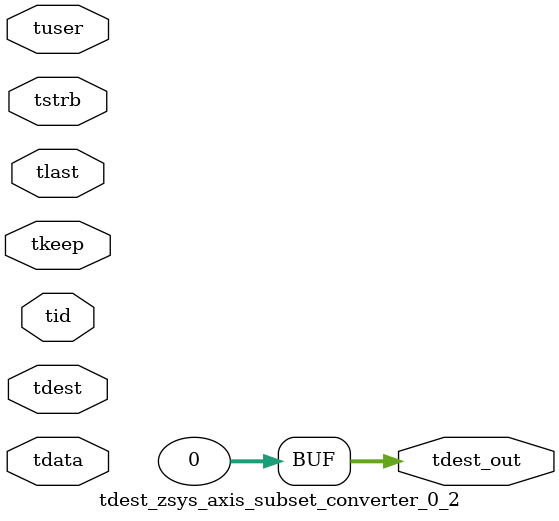
<source format=v>


`timescale 1ps/1ps

module tdest_zsys_axis_subset_converter_0_2 #
(
parameter C_S_AXIS_TDATA_WIDTH = 32,
parameter C_S_AXIS_TUSER_WIDTH = 0,
parameter C_S_AXIS_TID_WIDTH   = 0,
parameter C_S_AXIS_TDEST_WIDTH = 0,
parameter C_M_AXIS_TDEST_WIDTH = 32
)
(
input  [(C_S_AXIS_TDATA_WIDTH == 0 ? 1 : C_S_AXIS_TDATA_WIDTH)-1:0     ] tdata,
input  [(C_S_AXIS_TUSER_WIDTH == 0 ? 1 : C_S_AXIS_TUSER_WIDTH)-1:0     ] tuser,
input  [(C_S_AXIS_TID_WIDTH   == 0 ? 1 : C_S_AXIS_TID_WIDTH)-1:0       ] tid,
input  [(C_S_AXIS_TDEST_WIDTH == 0 ? 1 : C_S_AXIS_TDEST_WIDTH)-1:0     ] tdest,
input  [(C_S_AXIS_TDATA_WIDTH/8)-1:0 ] tkeep,
input  [(C_S_AXIS_TDATA_WIDTH/8)-1:0 ] tstrb,
input                                                                    tlast,
output [C_M_AXIS_TDEST_WIDTH-1:0] tdest_out
);

assign tdest_out = {1'b0};

endmodule


</source>
